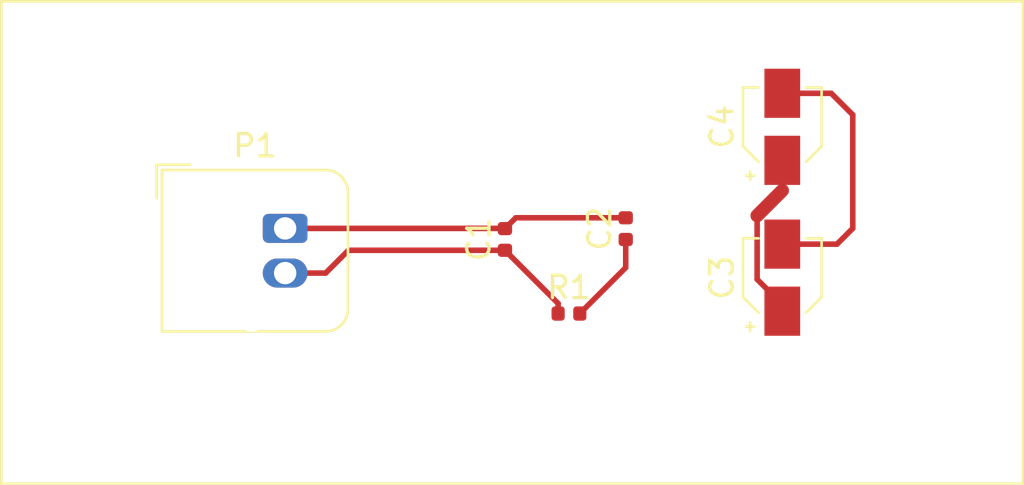
<source format=kicad_pcb>
(kicad_pcb (version 20241229) (generator "pcbnew") (generator_version "9.0")
  (layers (0 "F.Cu" signal) (2 "B.Cu" signal) (13 "F.Paste" user) (15 "B.Paste" user) (5 "F.SilkS" user "F.Silkscreen") (7 "B.SilkS" user "B.Silkscreen") (1 "F.Mask" user) (3 "B.Mask" user) (25 "Edge.Cuts" user))
  (net 0 "")
  (net 1 "/Power/VCC")
  (net 2 "GND")
  (net 3 "Net-(C2-Pad1)")
  (net 4 "Net-(C3-Pad1)")
  (net 5 "Net-(C3-Pad2)")
  (footprint "Capacitor_SMD:CP_Elec_3x5.3" (layer "F.Cu") (at 177.185001 82.214999 90)
    (property "Reference" "C3" (at 0 -2.7 90) (layer "F.SilkS"))
    (property "Value" "CP")
    (fp_line (start 1.76 -1.76) (end 1.76 -1.06) (stroke (width 0.12)) (layer "F.SilkS"))
    (fp_line (start -0.870563 -1.76) (end 1.76 -1.76) (stroke (width 0.12)) (layer "F.SilkS"))
    (fp_line (start -2.1875 -1.6225) (end -2.1875 -1.2475) (stroke (width 0.12)) (layer "F.SilkS"))
    (fp_line (start -2.375 -1.435) (end -2 -1.435) (stroke (width 0.12)) (layer "F.SilkS"))
    (fp_line (start -1.570563 -1.06) (end -0.870563 -1.76) (stroke (width 0.12)) (layer "F.SilkS"))
    (fp_line (start -1.570563 1.06) (end -0.870563 1.76) (stroke (width 0.12)) (layer "F.SilkS"))
    (fp_line (start 1.76 1.76) (end 1.76 1.06) (stroke (width 0.12)) (layer "F.SilkS"))
    (fp_line (start -0.870563 1.76) (end 1.76 1.76) (stroke (width 0.12)) (layer "F.SilkS"))
    (pad "1" smd rect (at -1.5 0 90) (size 2.2 1.6) (layers "F.Cu" "F.Mask" "F.Paste") (net 4 "Net-(C3-Pad1)"))
    (pad "2" smd rect (at 1.5 0 90) (size 2.2 1.6) (layers "F.Cu" "F.Mask" "F.Paste") (net 5 "Net-(C3-Pad2)"))
  )
  (footprint "Capacitor_SMD:CP_Elec_3x5.3" (layer "F.Cu") (at 177.185001 75.464999 90)
    (property "Reference" "C4" (at 0 -2.7 90) (layer "F.SilkS"))
    (property "Value" "CP")
    (fp_line (start 1.76 -1.76) (end 1.76 -1.06) (stroke (width 0.12)) (layer "F.SilkS"))
    (fp_line (start -0.870563 -1.76) (end 1.76 -1.76) (stroke (width 0.12)) (layer "F.SilkS"))
    (fp_line (start -2.1875 -1.6225) (end -2.1875 -1.2475) (stroke (width 0.12)) (layer "F.SilkS"))
    (fp_line (start -2.375 -1.435) (end -2 -1.435) (stroke (width 0.12)) (layer "F.SilkS"))
    (fp_line (start -1.570563 -1.06) (end -0.870563 -1.76) (stroke (width 0.12)) (layer "F.SilkS"))
    (fp_line (start -1.570563 1.06) (end -0.870563 1.76) (stroke (width 0.12)) (layer "F.SilkS"))
    (fp_line (start 1.76 1.76) (end 1.76 1.06) (stroke (width 0.12)) (layer "F.SilkS"))
    (fp_line (start -0.870563 1.76) (end 1.76 1.76) (stroke (width 0.12)) (layer "F.SilkS"))
    (pad "1" smd rect (at -1.5 0 90) (size 2.2 1.6) (layers "F.Cu" "F.Mask" "F.Paste") (net 4 "Net-(C3-Pad1)"))
    (pad "2" smd rect (at 1.5 0 90) (size 2.2 1.6) (layers "F.Cu" "F.Mask" "F.Paste") (net 5 "Net-(C3-Pad2)"))
  )
  (footprint "Capacitor_SMD:C_0402_1005Metric" (layer "F.Cu") (at 164.775001 80.505001 90)
    (property "Reference" "C1" (at 0 -1.17 90) (layer "F.SilkS"))
    (property "Value" "C")
    (pad "1" smd roundrect (at -0.485 0 90) (size 0.59 0.64) (layers "F.Cu" "F.Mask" "F.Paste") (net 1 "/Power/VCC"))
    (pad "2" smd roundrect (at 0.485 0 90) (size 0.59 0.64) (layers "F.Cu" "F.Mask" "F.Paste") (net 2 "GND"))
  )
  (footprint "Capacitor_SMD:C_0402_1005Metric" (layer "F.Cu") (at 170.18 80.020001 90)
    (property "Reference" "C2" (at 0 -1.17 90) (layer "F.SilkS"))
    (property "Value" "C")
    (pad "1" smd roundrect (at -0.485 0 90) (size 0.59 0.64) (layers "F.Cu" "F.Mask" "F.Paste") (net 3 "Net-(C2-Pad1)"))
    (pad "2" smd roundrect (at 0.485 0 90) (size 0.59 0.64) (layers "F.Cu" "F.Mask" "F.Paste") (net 2 "GND"))
  )
  (footprint "Connector_JST:JST_JWPF_B02B-JWPF-SK-R_1x02_P2.00mm_Vertical" (layer "F.Cu") (at 154.94 80.01)
    (property "Reference" "P1" (at -1.35 -3.7 0) (layer "F.SilkS"))
    (property "Value" "CONN_01X02")
    (fp_line (start -5.75 -2.85) (end -4.25 -2.85) (stroke (width 0.12)) (layer "F.SilkS"))
    (fp_line (start -5.75 -1.35) (end -5.75 -2.85) (stroke (width 0.12)) (layer "F.SilkS"))
    (fp_line (start -5.51 -2.61) (end -5.51 4.61) (stroke (width 0.12)) (layer "F.SilkS"))
    (fp_line (start -5.51 4.61) (end 1.81 4.61) (stroke (width 0.12)) (layer "F.SilkS"))
    (fp_line (start 1.81 -2.61) (end -5.51 -2.61) (stroke (width 0.12)) (layer "F.SilkS"))
    (fp_line (start 2.81 -1.61) (end 2.81 3.61) (stroke (width 0.12)) (layer "F.SilkS"))
    (fp_arc (start 1.81 -2.61) (mid 2.517107 -2.317107) (end 2.81 -1.61) (stroke (width 0.12)) (layer "F.SilkS"))
    (fp_arc (start 2.81 3.61) (mid 2.517107 4.317107) (end 1.81 4.61) (stroke (width 0.12)) (layer "F.SilkS"))
    (pad "" np_thru_hole circle (at -1.5 4.05) (size 1.15 1.15) (drill 1.15) (layers "*.Cu" "*.Mask"))
    (pad "1" thru_hole roundrect (at 0 0) (size 2 1.3) (drill 1) (layers "*.Cu" "*.Mask") (roundrect_rratio 0.192308) (net 2 "GND"))
    (pad "2" thru_hole oval (at 0 2) (size 2 1.3) (drill 1) (layers "*.Cu" "*.Mask") (net 1 "/Power/VCC"))
  )
  (footprint "Resistor_SMD:R_0402_1005Metric" (layer "F.Cu") (at 167.64 83.82)
    (property "Reference" "R1" (at 0 -1.17 0) (layer "F.SilkS"))
    (property "Value" "R")
    (pad "1" smd roundrect (at -0.485 0) (size 0.59 0.64) (layers "F.Cu" "F.Mask" "F.Paste") (net 1 "/Power/VCC"))
    (pad "2" smd roundrect (at 0.485 0) (size 0.59 0.64) (layers "F.Cu" "F.Mask" "F.Paste") (net 3 "Net-(C2-Pad1)"))
  )
  (gr_line (start 187.96 91.44) (end 187.96 69.85) (stroke (width 0.12)) (layer "F.SilkS"))
  (gr_line (start 142.24 69.85) (end 142.24 91.44) (stroke (width 0.12)) (layer "F.SilkS"))
  (gr_line (start 187.96 69.85) (end 142.24 69.85) (stroke (width 0.12)) (layer "F.SilkS"))
  (gr_line (start 142.24 91.44) (end 187.96 91.44) (stroke (width 0.12)) (layer "F.SilkS"))
  (segment (start 167.155 83.37) (end 165.1 81.315) (width 0.25) (layer "F.Cu") (net 1))
  (segment (start 165.1 81.315) (end 164.775001 80.990001) (width 0.25) (layer "F.Cu") (net 1))
  (segment (start 167.155 83.82) (end 167.155 83.37) (width 0.25) (layer "F.Cu") (net 1))
  (segment (start 156.75 82.01) (end 154.94 82.01) (width 0.25) (layer "F.Cu") (net 1))
  (segment (start 164.775001 80.990001) (end 157.769999 80.990001) (width 0.25) (layer "F.Cu") (net 1))
  (segment (start 157.769999 80.990001) (end 156.75 82.01) (width 0.25) (layer "F.Cu") (net 1))
  (segment (start 164.775001 80.020001) (end 165.260001 79.535001) (width 0.25) (layer "F.Cu") (net 2))
  (segment (start 154.94 80.01) (end 164.765 80.01) (width 0.25) (layer "F.Cu") (net 2))
  (segment (start 164.765 80.01) (end 164.775001 80.020001) (width 0.25) (layer "F.Cu") (net 2))
  (segment (start 165.260001 79.535001) (end 170.18 79.535001) (width 0.25) (layer "F.Cu") (net 2))
  (segment (start 170.18 80.505001) (end 170.18 81.765) (width 0.25) (layer "F.Cu") (net 3))
  (segment (start 170.18 81.765) (end 168.125 83.82) (width 0.25) (layer "F.Cu") (net 3))
  (segment (start 176.06 82.289998) (end 177.185001 83.414999) (width 0.25) (layer "F.Cu") (net 4))
  (segment (start 176.06 79.44) (end 176.06 82.289998) (width 0.25) (layer "F.Cu") (net 4))
  (segment (start 177.185001 78.314999) (end 176.06 79.44) (width 0.6) (layer "F.Cu") (net 4))
  (segment (start 177.185001 83.414999) (end 177.185001 83.714999) (width 0.25) (layer "F.Cu") (net 4))
  (segment (start 177.185001 78.314999) (end 177.185001 76.964999) (width 0.25) (layer "F.Cu") (net 4))
  (segment (start 179.374999 73.964999) (end 177.185001 73.964999) (width 0.25) (layer "F.Cu") (net 5))
  (segment (start 179.635001 80.714999) (end 180.34 80.01) (width 0.25) (layer "F.Cu") (net 5))
  (segment (start 177.185001 80.714999) (end 179.635001 80.714999) (width 0.25) (layer "F.Cu") (net 5))
  (segment (start 180.34 74.93) (end 179.374999 73.964999) (width 0.25) (layer "F.Cu") (net 5))
  (segment (start 180.34 80.01) (end 180.34 74.93) (width 0.25) (layer "F.Cu") (net 5))
)
</source>
